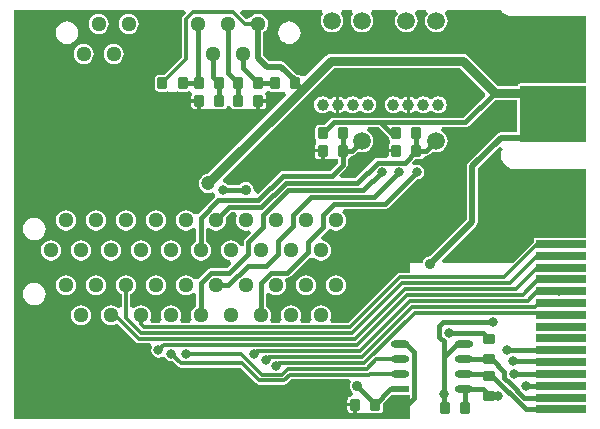
<source format=gbl>
G04 Layer_Physical_Order=2*
G04 Layer_Color=16711680*
%FSLAX24Y24*%
%MOIN*%
G70*
G01*
G75*
G04:AMPARAMS|DCode=10|XSize=39.4mil|YSize=35.4mil|CornerRadius=4.4mil|HoleSize=0mil|Usage=FLASHONLY|Rotation=180.000|XOffset=0mil|YOffset=0mil|HoleType=Round|Shape=RoundedRectangle|*
%AMROUNDEDRECTD10*
21,1,0.0394,0.0266,0,0,180.0*
21,1,0.0305,0.0354,0,0,180.0*
1,1,0.0089,-0.0153,0.0133*
1,1,0.0089,0.0153,0.0133*
1,1,0.0089,0.0153,-0.0133*
1,1,0.0089,-0.0153,-0.0133*
%
%ADD10ROUNDEDRECTD10*%
G04:AMPARAMS|DCode=13|XSize=39.4mil|YSize=35.4mil|CornerRadius=4.4mil|HoleSize=0mil|Usage=FLASHONLY|Rotation=270.000|XOffset=0mil|YOffset=0mil|HoleType=Round|Shape=RoundedRectangle|*
%AMROUNDEDRECTD13*
21,1,0.0394,0.0266,0,0,270.0*
21,1,0.0305,0.0354,0,0,270.0*
1,1,0.0089,-0.0133,-0.0153*
1,1,0.0089,-0.0133,0.0153*
1,1,0.0089,0.0133,0.0153*
1,1,0.0089,0.0133,-0.0153*
%
%ADD13ROUNDEDRECTD13*%
%ADD14O,0.0610X0.0236*%
%ADD15R,0.0610X0.0236*%
%ADD16R,0.1654X0.0276*%
%ADD17C,0.0118*%
%ADD18C,0.0157*%
%ADD19C,0.0197*%
%ADD20C,0.0315*%
%ADD21C,0.0394*%
%ADD22C,0.0512*%
%ADD23C,0.0591*%
%ADD24C,0.0315*%
%ADD25C,0.0354*%
%ADD26C,0.0472*%
G36*
X19134Y9313D02*
X16929D01*
Y11181D01*
X19134D01*
Y9313D01*
D02*
G37*
G36*
X16102Y10704D02*
X16849D01*
Y9629D01*
X16299D01*
X16230Y9616D01*
X16171Y9577D01*
X15217Y8622D01*
X15178Y8563D01*
X15164Y8494D01*
Y6719D01*
X13939Y5494D01*
X13937Y5494D01*
X13870Y5486D01*
X13808Y5460D01*
X13754Y5419D01*
X13713Y5365D01*
X13688Y5303D01*
X13684Y5276D01*
X13268D01*
Y4944D01*
X12936D01*
X12882Y4933D01*
X12837Y4902D01*
X11208Y3274D01*
X10676D01*
X10649Y3302D01*
X10605Y3392D01*
X10625Y3440D01*
X10637Y3528D01*
X10625Y3615D01*
X10592Y3696D01*
X10538Y3766D01*
X10468Y3820D01*
X10387Y3854D01*
X10299Y3865D01*
X10212Y3854D01*
X10130Y3820D01*
X10061Y3766D01*
X10007Y3696D01*
X9973Y3615D01*
X9962Y3528D01*
X9973Y3440D01*
X9993Y3392D01*
X9950Y3302D01*
X9923Y3274D01*
X9676D01*
X9649Y3302D01*
X9605Y3392D01*
X9625Y3440D01*
X9637Y3528D01*
X9625Y3615D01*
X9592Y3696D01*
X9538Y3766D01*
X9468Y3820D01*
X9387Y3854D01*
X9299Y3865D01*
X9212Y3854D01*
X9130Y3820D01*
X9061Y3766D01*
X9007Y3696D01*
X8973Y3615D01*
X8962Y3528D01*
X8973Y3440D01*
X8993Y3392D01*
X8950Y3302D01*
X8923Y3274D01*
X8676D01*
X8649Y3302D01*
X8605Y3392D01*
X8625Y3440D01*
X8637Y3528D01*
X8625Y3615D01*
X8592Y3696D01*
X8538Y3766D01*
X8468Y3820D01*
X8460Y3823D01*
Y4226D01*
X8512Y4259D01*
X8578Y4276D01*
X8630Y4235D01*
X8712Y4202D01*
X8799Y4190D01*
X8887Y4202D01*
X8968Y4235D01*
X9038Y4289D01*
X9092Y4359D01*
X9125Y4440D01*
X9137Y4528D01*
X9125Y4615D01*
X9106Y4662D01*
X9151Y4757D01*
X9173Y4780D01*
X9173Y4780D01*
X9235Y4793D01*
X9287Y4827D01*
X9913Y5454D01*
X10061Y5454D01*
X10064Y5452D01*
X10130Y5401D01*
X10212Y5367D01*
X10299Y5355D01*
X10387Y5367D01*
X10468Y5401D01*
X10538Y5454D01*
X10592Y5524D01*
X10625Y5606D01*
X10637Y5693D01*
X10625Y5780D01*
X10592Y5862D01*
X10538Y5932D01*
X10468Y5985D01*
X10387Y6019D01*
X10346Y6024D01*
X10298Y6141D01*
X10298Y6144D01*
X10499Y6345D01*
X10499Y6345D01*
X10503Y6350D01*
X10613Y6394D01*
X10642Y6393D01*
X10653Y6391D01*
X10712Y6367D01*
X10799Y6355D01*
X10887Y6367D01*
X10968Y6401D01*
X11038Y6454D01*
X11092Y6524D01*
X11125Y6606D01*
X11137Y6693D01*
X11125Y6780D01*
X11092Y6862D01*
X11038Y6932D01*
X11019Y6946D01*
X11060Y7064D01*
X12421D01*
X12421Y7064D01*
X12483Y7076D01*
X12535Y7111D01*
X13492Y8069D01*
X13504Y8066D01*
X13596Y8085D01*
X13674Y8137D01*
X13726Y8215D01*
X13745Y8307D01*
X13726Y8399D01*
X13674Y8477D01*
X13596Y8530D01*
X13504Y8548D01*
X13412Y8530D01*
X13337Y8622D01*
X13453Y8738D01*
X13617D01*
X13665Y8747D01*
X13706Y8774D01*
X13733Y8815D01*
X13819Y8855D01*
X13880Y8867D01*
X13932Y8902D01*
X14024Y8994D01*
X14052Y8982D01*
X14150Y8969D01*
X14247Y8982D01*
X14338Y9020D01*
X14416Y9080D01*
X14476Y9158D01*
X14514Y9249D01*
X14527Y9346D01*
X14514Y9444D01*
X14476Y9535D01*
X14416Y9613D01*
X14338Y9673D01*
X14317Y9682D01*
X14340Y9800D01*
X15118D01*
X15118Y9800D01*
X15180Y9812D01*
X15232Y9847D01*
X16091Y10706D01*
X16102Y10704D01*
D02*
G37*
G36*
X15759Y10947D02*
Y10829D01*
X15052Y10121D01*
X12287D01*
X12287Y10121D01*
X12271Y10118D01*
X11275D01*
X11260Y10121D01*
X11260Y10121D01*
X10728D01*
X10728Y10121D01*
X10667Y10109D01*
X10615Y10074D01*
X10615Y10074D01*
X10425Y9884D01*
X10241D01*
X10193Y9875D01*
X10152Y9848D01*
X10125Y9807D01*
X10116Y9759D01*
Y9454D01*
X10125Y9406D01*
X10139Y9386D01*
X10152Y9356D01*
X10143Y9258D01*
X10135Y9246D01*
X10115Y9216D01*
X10106Y9168D01*
Y9075D01*
X10364D01*
Y9016D01*
X10423D01*
Y8738D01*
X10497D01*
X10536Y8745D01*
X10541Y8740D01*
X10856D01*
X10873Y8629D01*
Y8620D01*
X10603Y8350D01*
X9043D01*
X8981Y8337D01*
X8929Y8303D01*
X8929Y8303D01*
X8215Y7588D01*
X8156Y7596D01*
X8143Y7602D01*
X8057Y7713D01*
X8049Y7779D01*
X8023Y7842D01*
X7982Y7895D01*
X7928Y7936D01*
X7866Y7962D01*
X7799Y7971D01*
X7732Y7962D01*
X7670Y7936D01*
X7617Y7895D01*
X7603Y7877D01*
X7224D01*
X7218Y7887D01*
X7139Y7939D01*
X7080Y7951D01*
X7037Y8044D01*
X7034Y8071D01*
X9826Y10863D01*
X10730Y11767D01*
X14940D01*
X15759Y10947D01*
D02*
G37*
G36*
X16356Y9087D02*
X16311Y8976D01*
X16295Y8858D01*
X16311Y8740D01*
X16356Y8630D01*
X16429Y8535D01*
X16524Y8463D01*
X16634Y8417D01*
X16752Y8402D01*
Y8404D01*
X19134D01*
Y6122D01*
X17402D01*
Y5986D01*
X16691Y5276D01*
X14386D01*
X14341Y5385D01*
X15472Y6516D01*
X15511Y6575D01*
X15525Y6644D01*
Y8419D01*
X16262Y9156D01*
X16356Y9087D01*
D02*
G37*
G36*
X5791Y13590D02*
X5708Y13507D01*
X5677Y13461D01*
X5667Y13407D01*
Y12125D01*
X5079Y11538D01*
X4887D01*
X4839Y11528D01*
X4798Y11501D01*
X4771Y11460D01*
X4761Y11412D01*
Y11107D01*
X4771Y11059D01*
X4798Y11019D01*
X4839Y10991D01*
X4887Y10982D01*
X5153D01*
X5192Y10990D01*
X5197Y10984D01*
X5512D01*
X5517Y10990D01*
X5556Y10982D01*
X5822D01*
X5870Y10991D01*
X5895Y11008D01*
X5900Y11011D01*
X5933Y11001D01*
X6001Y10933D01*
X6011Y10900D01*
X6008Y10895D01*
X5991Y10870D01*
X5982Y10822D01*
Y10728D01*
X6240D01*
Y10669D01*
X6299D01*
Y10391D01*
X6373D01*
X6412Y10399D01*
X6417Y10394D01*
X6732D01*
X6738Y10399D01*
X6777Y10391D01*
X7042D01*
X7090Y10401D01*
X7131Y10428D01*
X7158Y10469D01*
X7168Y10517D01*
X7281D01*
X7291Y10469D01*
X7318Y10428D01*
X7358Y10401D01*
X7406Y10391D01*
X7672D01*
X7711Y10399D01*
X7717Y10394D01*
X8031D01*
X8037Y10399D01*
X8076Y10391D01*
X8150D01*
Y10669D01*
X8209D01*
Y10728D01*
X8467D01*
Y10822D01*
X8457Y10870D01*
X8441Y10895D01*
X8438Y10900D01*
X8448Y10933D01*
X8516Y11001D01*
X8548Y11011D01*
X8554Y11008D01*
X8579Y10991D01*
X8627Y10982D01*
X8893D01*
X8932Y10990D01*
X8937Y10984D01*
X9099D01*
X9148Y10866D01*
X6519Y8237D01*
X6463Y8230D01*
X6386Y8198D01*
X6321Y8148D01*
X6270Y8082D01*
X6238Y8005D01*
X6228Y7923D01*
X6238Y7841D01*
X6270Y7764D01*
X6321Y7699D01*
X6386Y7648D01*
X6463Y7616D01*
X6545Y7606D01*
X6628Y7616D01*
X6700Y7646D01*
X6705Y7648D01*
X6710Y7647D01*
X6755Y7588D01*
X6770Y7476D01*
X6770Y7476D01*
X6201Y6906D01*
X6183Y6899D01*
X6144Y6897D01*
X6055Y6909D01*
X6038Y6932D01*
X5968Y6985D01*
X5887Y7019D01*
X5799Y7030D01*
X5712Y7019D01*
X5630Y6985D01*
X5561Y6932D01*
X5507Y6862D01*
X5473Y6780D01*
X5462Y6693D01*
X5473Y6606D01*
X5507Y6524D01*
X5561Y6454D01*
X5630Y6401D01*
X5712Y6367D01*
X5799Y6355D01*
X5887Y6367D01*
X5968Y6401D01*
X6021Y6441D01*
X6087Y6424D01*
X6139Y6392D01*
Y5989D01*
X6130Y5985D01*
X6061Y5932D01*
X6007Y5862D01*
X5973Y5780D01*
X5962Y5693D01*
X5973Y5606D01*
X6007Y5524D01*
X6061Y5454D01*
X6130Y5401D01*
X6212Y5367D01*
X6299Y5355D01*
X6387Y5367D01*
X6468Y5401D01*
X6538Y5454D01*
X6592Y5524D01*
X6625Y5606D01*
X6637Y5693D01*
X6625Y5780D01*
X6592Y5862D01*
X6538Y5932D01*
X6468Y5985D01*
X6460Y5989D01*
Y6392D01*
X6512Y6424D01*
X6578Y6441D01*
X6630Y6401D01*
X6712Y6367D01*
X6799Y6355D01*
X6887Y6367D01*
X6968Y6401D01*
X7038Y6454D01*
X7092Y6524D01*
X7125Y6606D01*
X7137Y6693D01*
X7125Y6780D01*
X7122Y6788D01*
X7299Y6965D01*
X7438D01*
X7481Y6901D01*
X7501Y6847D01*
X7473Y6780D01*
X7462Y6693D01*
X7473Y6606D01*
X7507Y6524D01*
X7561Y6454D01*
X7630Y6401D01*
X7712Y6367D01*
X7799Y6355D01*
X7887Y6367D01*
X7896Y6371D01*
X7963Y6271D01*
X7772Y6080D01*
X7737Y6028D01*
X7725Y5967D01*
X7725Y5967D01*
Y5847D01*
X7607Y5824D01*
X7592Y5862D01*
X7538Y5932D01*
X7468Y5985D01*
X7387Y6019D01*
X7299Y6030D01*
X7212Y6019D01*
X7130Y5985D01*
X7061Y5932D01*
X7007Y5862D01*
X6973Y5780D01*
X6962Y5693D01*
X6973Y5606D01*
X7007Y5524D01*
X7061Y5454D01*
X7130Y5401D01*
X7212Y5367D01*
X7268Y5359D01*
X7309Y5282D01*
X7314Y5238D01*
X7178Y5102D01*
X6628D01*
X6628Y5102D01*
X6567Y5089D01*
X6514Y5054D01*
X6201Y4741D01*
X6183Y4734D01*
X6144Y4731D01*
X6055Y4743D01*
X6038Y4766D01*
X5968Y4820D01*
X5887Y4854D01*
X5799Y4865D01*
X5712Y4854D01*
X5630Y4820D01*
X5561Y4766D01*
X5507Y4696D01*
X5473Y4615D01*
X5462Y4528D01*
X5473Y4440D01*
X5507Y4359D01*
X5561Y4289D01*
X5630Y4235D01*
X5712Y4202D01*
X5799Y4190D01*
X5887Y4202D01*
X5968Y4235D01*
X6021Y4276D01*
X6087Y4259D01*
X6139Y4226D01*
Y3823D01*
X6130Y3820D01*
X6061Y3766D01*
X6007Y3696D01*
X5973Y3615D01*
X5962Y3528D01*
X5973Y3440D01*
X5993Y3392D01*
X5950Y3302D01*
X5923Y3274D01*
X5676D01*
X5649Y3302D01*
X5605Y3392D01*
X5625Y3440D01*
X5637Y3528D01*
X5625Y3615D01*
X5592Y3696D01*
X5538Y3766D01*
X5468Y3820D01*
X5387Y3854D01*
X5299Y3865D01*
X5212Y3854D01*
X5130Y3820D01*
X5061Y3766D01*
X5007Y3696D01*
X4973Y3615D01*
X4962Y3528D01*
X4973Y3440D01*
X4993Y3392D01*
X4950Y3302D01*
X4923Y3274D01*
X4676D01*
X4649Y3302D01*
X4605Y3392D01*
X4625Y3440D01*
X4637Y3528D01*
X4625Y3615D01*
X4592Y3696D01*
X4538Y3766D01*
X4468Y3820D01*
X4387Y3854D01*
X4299Y3865D01*
X4212Y3854D01*
X4130Y3820D01*
X4061Y3766D01*
X4058Y3763D01*
X3940Y3803D01*
Y4224D01*
X3968Y4235D01*
X4038Y4289D01*
X4092Y4359D01*
X4125Y4440D01*
X4137Y4528D01*
X4125Y4615D01*
X4092Y4696D01*
X4038Y4766D01*
X3968Y4820D01*
X3887Y4854D01*
X3799Y4865D01*
X3712Y4854D01*
X3630Y4820D01*
X3561Y4766D01*
X3507Y4696D01*
X3473Y4615D01*
X3462Y4528D01*
X3473Y4440D01*
X3507Y4359D01*
X3561Y4289D01*
X3630Y4235D01*
X3659Y4224D01*
Y3803D01*
X3541Y3763D01*
X3538Y3766D01*
X3468Y3820D01*
X3387Y3854D01*
X3299Y3865D01*
X3212Y3854D01*
X3130Y3820D01*
X3061Y3766D01*
X3007Y3696D01*
X2973Y3615D01*
X2962Y3528D01*
X2973Y3440D01*
X3007Y3359D01*
X3061Y3289D01*
X3130Y3235D01*
X3212Y3202D01*
X3299Y3190D01*
X3387Y3202D01*
X3468Y3235D01*
X3504Y3263D01*
X4130Y2637D01*
X4176Y2606D01*
X4229Y2596D01*
X4612D01*
X4675Y2478D01*
X4659Y2454D01*
X4641Y2362D01*
X4659Y2270D01*
X4712Y2192D01*
X4790Y2140D01*
X4882Y2121D01*
X4974Y2140D01*
X4974Y2140D01*
X5086Y2151D01*
X5122Y2107D01*
X5145Y2074D01*
X5223Y2022D01*
X5315Y2003D01*
X5350Y2010D01*
X5531Y1830D01*
X5576Y1799D01*
X5630Y1789D01*
X7616D01*
X8146Y1259D01*
X8191Y1228D01*
X8245Y1218D01*
X9078D01*
X9131Y1228D01*
X9177Y1259D01*
X9333Y1415D01*
X11239D01*
X11297Y1297D01*
X11292Y1290D01*
X11266Y1228D01*
X11258Y1161D01*
X11266Y1095D01*
X11292Y1032D01*
X11333Y979D01*
X11374Y947D01*
X11373Y906D01*
X11341Y829D01*
X11304D01*
X11256Y820D01*
X11215Y792D01*
X11188Y752D01*
X11179Y704D01*
Y610D01*
X11437D01*
Y551D01*
X11496D01*
Y273D01*
X11570D01*
X11609Y281D01*
X11614Y276D01*
X11929D01*
X11934Y281D01*
X11973Y273D01*
X12239D01*
X12287Y283D01*
X12328Y310D01*
X12355Y351D01*
X12365Y399D01*
Y582D01*
X12648Y866D01*
X13268D01*
Y80D01*
X80D01*
Y13699D01*
X5746D01*
X5791Y13590D01*
D02*
G37*
G36*
X12521Y9493D02*
X12521Y9493D01*
X12557Y9469D01*
Y9454D01*
X12566Y9406D01*
X12583Y9381D01*
X12593Y9361D01*
Y9261D01*
X12583Y9241D01*
X12566Y9216D01*
X12557Y9168D01*
Y9075D01*
X12815D01*
Y8957D01*
X12557D01*
Y8863D01*
X12457Y8783D01*
X12192D01*
X12192Y8783D01*
X12131Y8770D01*
X12079Y8736D01*
X11437Y8094D01*
X10955D01*
X10910Y8203D01*
X11147Y8440D01*
X11147Y8440D01*
X11182Y8492D01*
X11194Y8553D01*
Y8743D01*
X11214Y8747D01*
X11255Y8774D01*
X11282Y8815D01*
X11339Y8855D01*
X11400Y8867D01*
X11452Y8902D01*
X11544Y8994D01*
X11572Y8982D01*
X11669Y8969D01*
X11767Y8982D01*
X11858Y9020D01*
X11936Y9080D01*
X11996Y9158D01*
X12034Y9249D01*
X12047Y9346D01*
X12034Y9444D01*
X11996Y9535D01*
X11936Y9613D01*
X11858Y9673D01*
X11844Y9679D01*
X11868Y9797D01*
X12217D01*
X12521Y9493D01*
D02*
G37*
G36*
X16332Y13650D02*
X16373Y13597D01*
X16426Y13556D01*
X16488Y13530D01*
X16555Y13521D01*
Y13522D01*
X19134D01*
Y11261D01*
X16929D01*
X16898Y11255D01*
X16872Y11238D01*
X16855Y11212D01*
X16850Y11186D01*
X16202D01*
X15210Y12178D01*
X15132Y12230D01*
X15039Y12249D01*
X10630D01*
X10538Y12230D01*
X10460Y12178D01*
X9782Y11501D01*
X9780Y11500D01*
X9651Y11501D01*
X9610Y11528D01*
X9562Y11538D01*
X9505D01*
X9104Y11939D01*
X9046Y11978D01*
X8976Y11992D01*
X8579D01*
X8381Y12189D01*
Y12961D01*
X8439Y13005D01*
X8493Y13075D01*
X8527Y13157D01*
X8538Y13244D01*
X8527Y13331D01*
X8493Y13413D01*
X8439Y13483D01*
X8370Y13536D01*
X8288Y13570D01*
X8201Y13582D01*
X8113Y13570D01*
X8032Y13536D01*
X7962Y13483D01*
X7917Y13424D01*
X7837Y13413D01*
X7788Y13413D01*
X7610Y13590D01*
X7655Y13699D01*
X10326D01*
X10339Y13685D01*
X10378Y13581D01*
X10343Y13535D01*
X10305Y13444D01*
X10292Y13346D01*
X10305Y13249D01*
X10343Y13158D01*
X10403Y13080D01*
X10481Y13020D01*
X10572Y12982D01*
X10669Y12969D01*
X10767Y12982D01*
X10858Y13020D01*
X10936Y13080D01*
X10996Y13158D01*
X11034Y13249D01*
X11047Y13346D01*
X11034Y13444D01*
X10996Y13535D01*
X10961Y13581D01*
X11000Y13685D01*
X11012Y13699D01*
X11326D01*
X11339Y13685D01*
X11378Y13581D01*
X11343Y13535D01*
X11305Y13444D01*
X11292Y13346D01*
X11305Y13249D01*
X11343Y13158D01*
X11403Y13080D01*
X11481Y13020D01*
X11572Y12982D01*
X11669Y12969D01*
X11767Y12982D01*
X11858Y13020D01*
X11936Y13080D01*
X11996Y13158D01*
X12034Y13249D01*
X12047Y13346D01*
X12034Y13444D01*
X11996Y13535D01*
X11961Y13581D01*
X12000Y13685D01*
X12012Y13699D01*
X12807D01*
X12819Y13685D01*
X12858Y13581D01*
X12823Y13535D01*
X12785Y13444D01*
X12772Y13346D01*
X12785Y13249D01*
X12823Y13158D01*
X12883Y13080D01*
X12961Y13020D01*
X13052Y12982D01*
X13150Y12969D01*
X13247Y12982D01*
X13338Y13020D01*
X13416Y13080D01*
X13476Y13158D01*
X13514Y13249D01*
X13527Y13346D01*
X13514Y13444D01*
X13476Y13535D01*
X13441Y13581D01*
X13480Y13685D01*
X13493Y13699D01*
X13807D01*
X13819Y13685D01*
X13858Y13581D01*
X13823Y13535D01*
X13785Y13444D01*
X13772Y13346D01*
X13785Y13249D01*
X13823Y13158D01*
X13883Y13080D01*
X13961Y13020D01*
X14052Y12982D01*
X14150Y12969D01*
X14247Y12982D01*
X14338Y13020D01*
X14416Y13080D01*
X14476Y13158D01*
X14514Y13249D01*
X14527Y13346D01*
X14514Y13444D01*
X14476Y13535D01*
X14441Y13581D01*
X14480Y13685D01*
X14493Y13699D01*
X16311D01*
X16332Y13650D01*
D02*
G37*
%LPC*%
G36*
X3299Y6030D02*
X3212Y6019D01*
X3130Y5985D01*
X3061Y5932D01*
X3007Y5862D01*
X2973Y5780D01*
X2962Y5693D01*
X2973Y5606D01*
X3007Y5524D01*
X3061Y5454D01*
X3130Y5401D01*
X3212Y5367D01*
X3299Y5355D01*
X3387Y5367D01*
X3468Y5401D01*
X3538Y5454D01*
X3592Y5524D01*
X3625Y5606D01*
X3637Y5693D01*
X3625Y5780D01*
X3592Y5862D01*
X3538Y5932D01*
X3468Y5985D01*
X3387Y6019D01*
X3299Y6030D01*
D02*
G37*
G36*
X2299D02*
X2212Y6019D01*
X2130Y5985D01*
X2061Y5932D01*
X2007Y5862D01*
X1973Y5780D01*
X1962Y5693D01*
X1973Y5606D01*
X2007Y5524D01*
X2061Y5454D01*
X2130Y5401D01*
X2212Y5367D01*
X2299Y5355D01*
X2387Y5367D01*
X2468Y5401D01*
X2538Y5454D01*
X2592Y5524D01*
X2625Y5606D01*
X2637Y5693D01*
X2625Y5780D01*
X2592Y5862D01*
X2538Y5932D01*
X2468Y5985D01*
X2387Y6019D01*
X2299Y6030D01*
D02*
G37*
G36*
X1299D02*
X1212Y6019D01*
X1130Y5985D01*
X1061Y5932D01*
X1007Y5862D01*
X973Y5780D01*
X962Y5693D01*
X973Y5606D01*
X1007Y5524D01*
X1061Y5454D01*
X1130Y5401D01*
X1212Y5367D01*
X1299Y5355D01*
X1387Y5367D01*
X1468Y5401D01*
X1538Y5454D01*
X1592Y5524D01*
X1625Y5606D01*
X1637Y5693D01*
X1625Y5780D01*
X1592Y5862D01*
X1538Y5932D01*
X1468Y5985D01*
X1387Y6019D01*
X1299Y6030D01*
D02*
G37*
G36*
X748Y6779D02*
X650Y6766D01*
X559Y6728D01*
X481Y6668D01*
X421Y6590D01*
X384Y6499D01*
X371Y6402D01*
X384Y6304D01*
X421Y6213D01*
X481Y6135D01*
X559Y6075D01*
X650Y6037D01*
X748Y6024D01*
X846Y6037D01*
X937Y6075D01*
X1015Y6135D01*
X1075Y6213D01*
X1112Y6304D01*
X1125Y6402D01*
X1112Y6499D01*
X1075Y6590D01*
X1015Y6668D01*
X937Y6728D01*
X846Y6766D01*
X748Y6779D01*
D02*
G37*
G36*
X1799Y7030D02*
X1712Y7019D01*
X1630Y6985D01*
X1561Y6932D01*
X1507Y6862D01*
X1473Y6780D01*
X1462Y6693D01*
X1473Y6606D01*
X1507Y6524D01*
X1561Y6454D01*
X1630Y6401D01*
X1712Y6367D01*
X1799Y6355D01*
X1887Y6367D01*
X1968Y6401D01*
X2038Y6454D01*
X2092Y6524D01*
X2125Y6606D01*
X2137Y6693D01*
X2125Y6780D01*
X2092Y6862D01*
X2038Y6932D01*
X1968Y6985D01*
X1887Y7019D01*
X1799Y7030D01*
D02*
G37*
G36*
X4299Y6030D02*
X4212Y6019D01*
X4130Y5985D01*
X4061Y5932D01*
X4007Y5862D01*
X3973Y5780D01*
X3962Y5693D01*
X3973Y5606D01*
X4007Y5524D01*
X4061Y5454D01*
X4130Y5401D01*
X4212Y5367D01*
X4299Y5355D01*
X4387Y5367D01*
X4468Y5401D01*
X4538Y5454D01*
X4592Y5524D01*
X4625Y5606D01*
X4637Y5693D01*
X4625Y5780D01*
X4592Y5862D01*
X4538Y5932D01*
X4468Y5985D01*
X4387Y6019D01*
X4299Y6030D01*
D02*
G37*
G36*
X5299D02*
X5212Y6019D01*
X5130Y5985D01*
X5061Y5932D01*
X5007Y5862D01*
X4973Y5780D01*
X4962Y5693D01*
X4973Y5606D01*
X5007Y5524D01*
X5061Y5454D01*
X5130Y5401D01*
X5212Y5367D01*
X5299Y5355D01*
X5387Y5367D01*
X5468Y5401D01*
X5538Y5454D01*
X5592Y5524D01*
X5625Y5606D01*
X5637Y5693D01*
X5625Y5780D01*
X5592Y5862D01*
X5538Y5932D01*
X5468Y5985D01*
X5387Y6019D01*
X5299Y6030D01*
D02*
G37*
G36*
X748Y4613D02*
X650Y4601D01*
X559Y4563D01*
X481Y4503D01*
X421Y4425D01*
X384Y4334D01*
X371Y4236D01*
X384Y4139D01*
X421Y4048D01*
X481Y3969D01*
X559Y3910D01*
X650Y3872D01*
X748Y3859D01*
X846Y3872D01*
X937Y3910D01*
X1015Y3969D01*
X1075Y4048D01*
X1112Y4139D01*
X1125Y4236D01*
X1112Y4334D01*
X1075Y4425D01*
X1015Y4503D01*
X937Y4563D01*
X846Y4601D01*
X748Y4613D01*
D02*
G37*
G36*
X1799Y4865D02*
X1712Y4854D01*
X1630Y4820D01*
X1561Y4766D01*
X1507Y4696D01*
X1473Y4615D01*
X1462Y4528D01*
X1473Y4440D01*
X1507Y4359D01*
X1561Y4289D01*
X1630Y4235D01*
X1712Y4202D01*
X1799Y4190D01*
X1887Y4202D01*
X1968Y4235D01*
X2038Y4289D01*
X2092Y4359D01*
X2125Y4440D01*
X2137Y4528D01*
X2125Y4615D01*
X2092Y4696D01*
X2038Y4766D01*
X1968Y4820D01*
X1887Y4854D01*
X1799Y4865D01*
D02*
G37*
G36*
X11378Y492D02*
X11179D01*
Y399D01*
X11188Y351D01*
X11215Y310D01*
X11256Y283D01*
X11304Y273D01*
X11378D01*
Y492D01*
D02*
G37*
G36*
X2299Y3865D02*
X2212Y3854D01*
X2130Y3820D01*
X2061Y3766D01*
X2007Y3696D01*
X1973Y3615D01*
X1962Y3528D01*
X1973Y3440D01*
X2007Y3359D01*
X2061Y3289D01*
X2130Y3235D01*
X2212Y3202D01*
X2299Y3190D01*
X2387Y3202D01*
X2468Y3235D01*
X2538Y3289D01*
X2592Y3359D01*
X2625Y3440D01*
X2637Y3528D01*
X2625Y3615D01*
X2592Y3696D01*
X2538Y3766D01*
X2468Y3820D01*
X2387Y3854D01*
X2299Y3865D01*
D02*
G37*
G36*
X9799Y4865D02*
X9712Y4854D01*
X9630Y4820D01*
X9561Y4766D01*
X9507Y4696D01*
X9473Y4615D01*
X9462Y4528D01*
X9473Y4440D01*
X9507Y4359D01*
X9561Y4289D01*
X9630Y4235D01*
X9712Y4202D01*
X9799Y4190D01*
X9887Y4202D01*
X9968Y4235D01*
X10038Y4289D01*
X10092Y4359D01*
X10125Y4440D01*
X10137Y4528D01*
X10125Y4615D01*
X10092Y4696D01*
X10038Y4766D01*
X9968Y4820D01*
X9887Y4854D01*
X9799Y4865D01*
D02*
G37*
G36*
X10799D02*
X10712Y4854D01*
X10630Y4820D01*
X10561Y4766D01*
X10507Y4696D01*
X10473Y4615D01*
X10462Y4528D01*
X10473Y4440D01*
X10507Y4359D01*
X10561Y4289D01*
X10630Y4235D01*
X10712Y4202D01*
X10799Y4190D01*
X10887Y4202D01*
X10968Y4235D01*
X11038Y4289D01*
X11092Y4359D01*
X11125Y4440D01*
X11137Y4528D01*
X11125Y4615D01*
X11092Y4696D01*
X11038Y4766D01*
X10968Y4820D01*
X10887Y4854D01*
X10799Y4865D01*
D02*
G37*
G36*
X2799D02*
X2712Y4854D01*
X2630Y4820D01*
X2561Y4766D01*
X2507Y4696D01*
X2473Y4615D01*
X2462Y4528D01*
X2473Y4440D01*
X2507Y4359D01*
X2561Y4289D01*
X2630Y4235D01*
X2712Y4202D01*
X2799Y4190D01*
X2887Y4202D01*
X2968Y4235D01*
X3038Y4289D01*
X3092Y4359D01*
X3125Y4440D01*
X3137Y4528D01*
X3125Y4615D01*
X3092Y4696D01*
X3038Y4766D01*
X2968Y4820D01*
X2887Y4854D01*
X2799Y4865D01*
D02*
G37*
G36*
X4799D02*
X4712Y4854D01*
X4630Y4820D01*
X4561Y4766D01*
X4507Y4696D01*
X4473Y4615D01*
X4462Y4528D01*
X4473Y4440D01*
X4507Y4359D01*
X4561Y4289D01*
X4630Y4235D01*
X4712Y4202D01*
X4799Y4190D01*
X4887Y4202D01*
X4968Y4235D01*
X5038Y4289D01*
X5092Y4359D01*
X5125Y4440D01*
X5137Y4528D01*
X5125Y4615D01*
X5092Y4696D01*
X5038Y4766D01*
X4968Y4820D01*
X4887Y4854D01*
X4799Y4865D01*
D02*
G37*
G36*
X12717Y10829D02*
X12645Y10820D01*
X12578Y10792D01*
X12520Y10748D01*
X12476Y10690D01*
X12448Y10623D01*
X12439Y10551D01*
X12448Y10479D01*
X12476Y10412D01*
X12520Y10355D01*
X12578Y10310D01*
X12645Y10283D01*
X12717Y10273D01*
X12788Y10283D01*
X12856Y10310D01*
X12913Y10355D01*
X13020D01*
X13078Y10310D01*
X13145Y10283D01*
X13157Y10281D01*
Y10551D01*
Y10821D01*
X13145Y10820D01*
X13078Y10792D01*
X13020Y10748D01*
X12913D01*
X12856Y10792D01*
X12788Y10820D01*
X12717Y10829D01*
D02*
G37*
G36*
X6181Y10610D02*
X5982D01*
Y10517D01*
X5991Y10469D01*
X6019Y10428D01*
X6059Y10401D01*
X6107Y10391D01*
X6181D01*
Y10610D01*
D02*
G37*
G36*
X3392Y12582D02*
X3304Y12570D01*
X3223Y12536D01*
X3153Y12483D01*
X3099Y12413D01*
X3066Y12331D01*
X3054Y12244D01*
X3066Y12157D01*
X3099Y12075D01*
X3153Y12005D01*
X3223Y11952D01*
X3304Y11918D01*
X3392Y11907D01*
X3479Y11918D01*
X3561Y11952D01*
X3630Y12005D01*
X3684Y12075D01*
X3718Y12157D01*
X3729Y12244D01*
X3718Y12331D01*
X3684Y12413D01*
X3630Y12483D01*
X3561Y12536D01*
X3479Y12570D01*
X3392Y12582D01*
D02*
G37*
G36*
X10354Y10829D02*
X10282Y10820D01*
X10215Y10792D01*
X10158Y10748D01*
X10114Y10690D01*
X10086Y10623D01*
X10076Y10551D01*
X10086Y10479D01*
X10114Y10412D01*
X10158Y10355D01*
X10215Y10310D01*
X10282Y10283D01*
X10354Y10273D01*
X10426Y10283D01*
X10493Y10310D01*
X10551Y10355D01*
X10658D01*
X10715Y10310D01*
X10782Y10283D01*
X10795Y10281D01*
Y10551D01*
Y10821D01*
X10782Y10820D01*
X10715Y10792D01*
X10658Y10748D01*
X10551D01*
X10493Y10792D01*
X10426Y10820D01*
X10354Y10829D01*
D02*
G37*
G36*
X14217D02*
X14145Y10820D01*
X14078Y10792D01*
X14020Y10748D01*
X13913D01*
X13856Y10792D01*
X13788Y10820D01*
X13717Y10829D01*
X13645Y10820D01*
X13578Y10792D01*
X13520Y10748D01*
X13413D01*
X13356Y10792D01*
X13288Y10820D01*
X13276Y10821D01*
Y10551D01*
Y10281D01*
X13288Y10283D01*
X13356Y10310D01*
X13413Y10355D01*
X13520D01*
X13578Y10310D01*
X13645Y10283D01*
X13717Y10273D01*
X13788Y10283D01*
X13856Y10310D01*
X13913Y10355D01*
X14020D01*
X14078Y10310D01*
X14145Y10283D01*
X14217Y10273D01*
X14288Y10283D01*
X14356Y10310D01*
X14413Y10355D01*
X14457Y10412D01*
X14485Y10479D01*
X14495Y10551D01*
X14485Y10623D01*
X14457Y10690D01*
X14413Y10748D01*
X14356Y10792D01*
X14288Y10820D01*
X14217Y10829D01*
D02*
G37*
G36*
X2392Y12582D02*
X2304Y12570D01*
X2223Y12536D01*
X2153Y12483D01*
X2099Y12413D01*
X2066Y12331D01*
X2054Y12244D01*
X2066Y12157D01*
X2099Y12075D01*
X2153Y12005D01*
X2223Y11952D01*
X2304Y11918D01*
X2392Y11907D01*
X2479Y11918D01*
X2560Y11952D01*
X2630Y12005D01*
X2684Y12075D01*
X2718Y12157D01*
X2729Y12244D01*
X2718Y12331D01*
X2684Y12413D01*
X2630Y12483D01*
X2560Y12536D01*
X2479Y12570D01*
X2392Y12582D01*
D02*
G37*
G36*
X8467Y10610D02*
X8268D01*
Y10391D01*
X8342D01*
X8390Y10401D01*
X8430Y10428D01*
X8457Y10469D01*
X8467Y10517D01*
Y10610D01*
D02*
G37*
G36*
X11854Y10829D02*
X11782Y10820D01*
X11715Y10792D01*
X11658Y10748D01*
X11551D01*
X11493Y10792D01*
X11426Y10820D01*
X11354Y10829D01*
X11282Y10820D01*
X11215Y10792D01*
X11158Y10748D01*
X11051D01*
X10993Y10792D01*
X10926Y10820D01*
X10913Y10821D01*
Y10551D01*
Y10281D01*
X10926Y10283D01*
X10993Y10310D01*
X11051Y10355D01*
X11158D01*
X11215Y10310D01*
X11282Y10283D01*
X11354Y10273D01*
X11426Y10283D01*
X11493Y10310D01*
X11551Y10355D01*
X11658D01*
X11715Y10310D01*
X11782Y10283D01*
X11854Y10273D01*
X11926Y10283D01*
X11993Y10310D01*
X12051Y10355D01*
X12095Y10412D01*
X12123Y10479D01*
X12132Y10551D01*
X12123Y10623D01*
X12095Y10690D01*
X12051Y10748D01*
X11993Y10792D01*
X11926Y10820D01*
X11854Y10829D01*
D02*
G37*
G36*
X4799Y7030D02*
X4712Y7019D01*
X4630Y6985D01*
X4561Y6932D01*
X4507Y6862D01*
X4473Y6780D01*
X4462Y6693D01*
X4473Y6606D01*
X4507Y6524D01*
X4561Y6454D01*
X4630Y6401D01*
X4712Y6367D01*
X4799Y6355D01*
X4887Y6367D01*
X4968Y6401D01*
X5038Y6454D01*
X5092Y6524D01*
X5125Y6606D01*
X5137Y6693D01*
X5125Y6780D01*
X5092Y6862D01*
X5038Y6932D01*
X4968Y6985D01*
X4887Y7019D01*
X4799Y7030D01*
D02*
G37*
G36*
X3892Y13582D02*
X3804Y13570D01*
X3723Y13536D01*
X3653Y13483D01*
X3599Y13413D01*
X3566Y13331D01*
X3554Y13244D01*
X3566Y13157D01*
X3599Y13075D01*
X3653Y13005D01*
X3723Y12952D01*
X3804Y12918D01*
X3892Y12907D01*
X3979Y12918D01*
X4060Y12952D01*
X4130Y13005D01*
X4184Y13075D01*
X4218Y13157D01*
X4229Y13244D01*
X4218Y13331D01*
X4184Y13413D01*
X4130Y13483D01*
X4060Y13536D01*
X3979Y13570D01*
X3892Y13582D01*
D02*
G37*
G36*
X2799Y7030D02*
X2712Y7019D01*
X2630Y6985D01*
X2561Y6932D01*
X2507Y6862D01*
X2473Y6780D01*
X2462Y6693D01*
X2473Y6606D01*
X2507Y6524D01*
X2561Y6454D01*
X2630Y6401D01*
X2712Y6367D01*
X2799Y6355D01*
X2887Y6367D01*
X2968Y6401D01*
X3038Y6454D01*
X3092Y6524D01*
X3125Y6606D01*
X3137Y6693D01*
X3125Y6780D01*
X3092Y6862D01*
X3038Y6932D01*
X2968Y6985D01*
X2887Y7019D01*
X2799Y7030D01*
D02*
G37*
G36*
X3799D02*
X3712Y7019D01*
X3630Y6985D01*
X3561Y6932D01*
X3507Y6862D01*
X3473Y6780D01*
X3462Y6693D01*
X3473Y6606D01*
X3507Y6524D01*
X3561Y6454D01*
X3630Y6401D01*
X3712Y6367D01*
X3799Y6355D01*
X3887Y6367D01*
X3968Y6401D01*
X4038Y6454D01*
X4092Y6524D01*
X4125Y6606D01*
X4137Y6693D01*
X4125Y6780D01*
X4092Y6862D01*
X4038Y6932D01*
X3968Y6985D01*
X3887Y7019D01*
X3799Y7030D01*
D02*
G37*
G36*
X9252Y13330D02*
X9154Y13317D01*
X9063Y13279D01*
X8985Y13219D01*
X8925Y13141D01*
X8888Y13050D01*
X8875Y12953D01*
X8888Y12855D01*
X8925Y12764D01*
X8985Y12686D01*
X9063Y12626D01*
X9154Y12588D01*
X9252Y12576D01*
X9350Y12588D01*
X9441Y12626D01*
X9519Y12686D01*
X9579Y12764D01*
X9616Y12855D01*
X9629Y12953D01*
X9616Y13050D01*
X9579Y13141D01*
X9519Y13219D01*
X9441Y13279D01*
X9350Y13317D01*
X9252Y13330D01*
D02*
G37*
G36*
X1841D02*
X1743Y13317D01*
X1652Y13279D01*
X1574Y13219D01*
X1514Y13141D01*
X1476Y13050D01*
X1463Y12953D01*
X1476Y12855D01*
X1514Y12764D01*
X1574Y12686D01*
X1652Y12626D01*
X1743Y12588D01*
X1841Y12576D01*
X1938Y12588D01*
X2029Y12626D01*
X2107Y12686D01*
X2167Y12764D01*
X2205Y12855D01*
X2218Y12953D01*
X2205Y13050D01*
X2167Y13141D01*
X2107Y13219D01*
X2029Y13279D01*
X1938Y13317D01*
X1841Y13330D01*
D02*
G37*
G36*
X10305Y8957D02*
X10106D01*
Y8863D01*
X10115Y8815D01*
X10143Y8774D01*
X10183Y8747D01*
X10231Y8738D01*
X10305D01*
Y8957D01*
D02*
G37*
G36*
X2892Y13582D02*
X2804Y13570D01*
X2723Y13536D01*
X2653Y13483D01*
X2599Y13413D01*
X2566Y13331D01*
X2554Y13244D01*
X2566Y13157D01*
X2599Y13075D01*
X2653Y13005D01*
X2723Y12952D01*
X2804Y12918D01*
X2892Y12907D01*
X2979Y12918D01*
X3061Y12952D01*
X3130Y13005D01*
X3184Y13075D01*
X3218Y13157D01*
X3229Y13244D01*
X3218Y13331D01*
X3184Y13413D01*
X3130Y13483D01*
X3061Y13536D01*
X2979Y13570D01*
X2892Y13582D01*
D02*
G37*
%LPD*%
D10*
X15906Y846D02*
D03*
Y1516D02*
D03*
Y2067D02*
D03*
Y2736D02*
D03*
D13*
X10364Y9016D02*
D03*
X11033D02*
D03*
X7539Y10669D02*
D03*
X8209D02*
D03*
X6240D02*
D03*
X6909D02*
D03*
X8760Y11260D02*
D03*
X9429D02*
D03*
X5020D02*
D03*
X5689D02*
D03*
X7539D02*
D03*
X8209D02*
D03*
X6240D02*
D03*
X6909D02*
D03*
X11437Y551D02*
D03*
X12106D02*
D03*
X14429Y433D02*
D03*
X15098D02*
D03*
X12815Y9016D02*
D03*
X13484D02*
D03*
X10374Y9606D02*
D03*
X11043D02*
D03*
X12815D02*
D03*
X13484D02*
D03*
D14*
X12953Y1563D02*
D03*
Y2063D02*
D03*
Y2563D02*
D03*
X15079Y2063D02*
D03*
Y2563D02*
D03*
Y1063D02*
D03*
Y1563D02*
D03*
D15*
X12953Y1063D02*
D03*
D16*
X18307Y394D02*
D03*
Y787D02*
D03*
Y1181D02*
D03*
Y1575D02*
D03*
Y1969D02*
D03*
Y2362D02*
D03*
Y2756D02*
D03*
Y3150D02*
D03*
Y3543D02*
D03*
Y3937D02*
D03*
Y4331D02*
D03*
Y4724D02*
D03*
Y5118D02*
D03*
Y5512D02*
D03*
Y5906D02*
D03*
Y6299D02*
D03*
Y6693D02*
D03*
Y7087D02*
D03*
Y7480D02*
D03*
Y7874D02*
D03*
Y8268D02*
D03*
Y9449D02*
D03*
Y9843D02*
D03*
Y10236D02*
D03*
Y10630D02*
D03*
Y11024D02*
D03*
Y11417D02*
D03*
Y11811D02*
D03*
Y12205D02*
D03*
Y12598D02*
D03*
Y12992D02*
D03*
Y13386D02*
D03*
D17*
X17559Y3937D02*
X18307D01*
X17441Y3819D02*
X17559Y3937D01*
X13344Y3819D02*
X17441D01*
X17520Y5906D02*
X18307D01*
X16417Y4803D02*
X17520Y5906D01*
X12936Y4803D02*
X16417D01*
X11267Y3134D02*
X12936Y4803D01*
X11344Y2933D02*
X13018Y4606D01*
X11426Y2736D02*
X13099Y4409D01*
X11507Y2539D02*
X13181Y4213D01*
X18228Y4252D02*
X18307Y4331D01*
X11670Y2146D02*
X13344Y3819D01*
X13425Y3622D02*
X18228D01*
X11752Y1949D02*
X13425Y3622D01*
X18228D02*
X18307Y3543D01*
X5315Y2244D02*
X5630Y1929D01*
X5315Y2244D02*
X5370D01*
X9078Y1358D02*
X9274Y1555D01*
X3799Y3445D02*
X4311Y2933D01*
X4299Y3223D02*
X4389Y3134D01*
X9274Y1555D02*
X11915D01*
X11923Y1563D01*
X8996Y1555D02*
X9193Y1752D01*
X11834D01*
X12145Y2063D01*
X8917Y1949D02*
X11752D01*
X8819Y1850D02*
X8917Y1949D01*
X3602Y3363D02*
X4229Y2736D01*
X4299Y3223D02*
Y3528D01*
X3602Y3363D02*
Y3366D01*
X3441Y3528D02*
X3602Y3366D01*
X3299Y3528D02*
X3441D01*
X3799Y3445D02*
Y4528D01*
X11923Y1563D02*
X12953D01*
X12145Y2063D02*
X12953D01*
X7758Y13244D02*
X8201D01*
X7364Y13638D02*
X7758Y13244D01*
X6038Y13638D02*
X7364D01*
X5807Y13407D02*
X6038Y13638D01*
X5010Y11270D02*
X5807Y12067D01*
Y13407D01*
X13018Y4606D02*
X16614D01*
X17520Y5512D01*
X18307D01*
X13099Y4409D02*
X16811D01*
X17520Y5118D01*
X18307D01*
X17030Y4213D02*
X17541Y4724D01*
X18307D01*
X13181Y4213D02*
X17030D01*
X13262Y4016D02*
X17205D01*
X17520Y4331D01*
X18307D01*
X8826Y2539D02*
X11507D01*
X8907Y2736D02*
X11426D01*
X8989Y2933D02*
X11344D01*
X8557Y2146D02*
X11670D01*
X8459Y2047D02*
X8557Y2146D01*
X8826Y2539D02*
X8826Y2539D01*
X8907Y2736D02*
X8907Y2736D01*
X8989Y2933D02*
X8989Y2933D01*
X8261Y2539D02*
X8261Y2539D01*
X8826D01*
X4389Y3134D02*
X11267D01*
X8098Y2933D02*
X8989D01*
X8098Y2933D02*
X8098Y2933D01*
X4311Y2933D02*
X8098D01*
X8179Y2736D02*
X8907D01*
X8179Y2736D02*
X8179Y2736D01*
X4229Y2736D02*
X8179D01*
X5059Y2539D02*
X8261D01*
X11589Y2343D02*
X13262Y4016D01*
X8169Y2343D02*
X11589D01*
X8071Y2244D02*
X8169Y2343D01*
X4882Y2362D02*
X5059Y2539D01*
X5787Y2244D02*
X7638D01*
X8327Y1555D01*
X8996D01*
X5630Y1929D02*
X7674D01*
X8245Y1358D01*
X9078D01*
D18*
X5689Y11260D02*
X6240D01*
X6909Y10669D02*
X6909Y10669D01*
Y11260D01*
X7539Y10669D02*
X7539Y10669D01*
X7539Y10669D02*
Y11260D01*
X8209D02*
X8760D01*
X7701Y11768D02*
X8209Y11260D01*
X7701Y11768D02*
Y12244D01*
X7201Y11598D02*
X7539Y11260D01*
X7201Y11598D02*
Y13244D01*
X6701Y11469D02*
X6909Y11260D01*
X6701Y11469D02*
Y12244D01*
X14370Y3307D02*
X16024D01*
X14252Y3189D02*
X14370Y3307D01*
X12618Y1063D02*
X12953D01*
X12106Y551D02*
X12618Y1063D01*
X16499Y2371D02*
X18307D01*
X16693Y2008D02*
X18189D01*
X16417Y1444D02*
Y1654D01*
X16004Y2067D02*
X16417Y1654D01*
X18189Y2008D02*
X18268Y1929D01*
X16732Y1575D02*
X18307D01*
X16602Y1260D02*
X17074Y787D01*
X16602Y1260D02*
X16602D01*
X16417Y1444D02*
X16602Y1260D01*
X16004Y1516D02*
X17126Y394D01*
X15925Y827D02*
X16220D01*
X17126Y1181D02*
X18307D01*
X17126Y394D02*
X18307D01*
X17074Y787D02*
X18307D01*
X18268Y1929D02*
X18307Y1969D01*
X14567Y2953D02*
X15689D01*
X14252Y2822D02*
Y3083D01*
Y2822D02*
X14409Y2665D01*
Y2126D02*
Y2665D01*
X14252Y3083D02*
Y3189D01*
X14252Y3083D02*
X14252Y3083D01*
X14846Y2563D02*
X15079D01*
X14409Y2126D02*
X14846Y2563D01*
X14409Y906D02*
Y2126D01*
Y453D02*
X14429Y433D01*
X14409Y453D02*
Y906D01*
X15689Y2953D02*
X15906Y2736D01*
Y2067D02*
X16004D01*
X15858Y1563D02*
X15906Y1516D01*
X15079Y1563D02*
X15858D01*
X15906Y1516D02*
X16004D01*
X15906Y846D02*
X15925Y827D01*
X15079Y1063D02*
X15098Y1043D01*
Y433D02*
Y1043D01*
X15689Y1063D02*
X15906Y846D01*
X15079Y1063D02*
X15689D01*
X15902Y2063D02*
X15906Y2067D01*
X15079Y2063D02*
X15902D01*
X8299Y3528D02*
Y4612D01*
X8628Y4941D01*
X6799Y4528D02*
X7215D01*
X7864Y5177D01*
X8474D01*
X8886Y5589D01*
X6299Y3528D02*
Y4612D01*
X6628Y4941D01*
X7244D01*
X7886Y5583D01*
Y5967D01*
X8628Y4941D02*
X9173D01*
X11516Y1161D02*
X12106Y571D01*
Y551D02*
Y571D01*
X6201Y11299D02*
X6240Y11260D01*
X6201Y11299D02*
Y13244D01*
X11713Y7697D02*
X12323Y8307D01*
X9982Y7461D02*
X12067D01*
X12913Y8307D01*
X12421Y7224D02*
X13504Y8307D01*
X11030Y9606D02*
X11033D01*
X7795Y7717D02*
X7799Y7713D01*
X7047Y7717D02*
X7795D01*
X6299Y5693D02*
X6384D01*
X9121Y7933D02*
X11503D01*
X12192Y8622D01*
X13110D01*
X6799Y6693D02*
X7232Y7126D01*
X8314D01*
X6299Y5693D02*
Y6778D01*
X6884Y7362D01*
X8216D01*
X10746Y7224D02*
X12421D01*
X8886Y5589D02*
Y6002D01*
X7886Y5967D02*
X8386Y6467D01*
X9173Y4941D02*
X9886Y5654D01*
Y5959D01*
X10386Y6459D01*
Y6864D01*
X10746Y7224D01*
X8886Y6002D02*
X9386Y6502D01*
Y6864D01*
X9982Y7461D01*
X8314Y7126D02*
X9121Y7933D01*
X8386Y6467D02*
Y6864D01*
X9219Y7697D01*
X11713D01*
X8216Y7362D02*
X9043Y8189D01*
X12953Y315D02*
X13415Y778D01*
X12953Y2563D02*
X13146D01*
X13415Y2293D01*
Y778D02*
Y2293D01*
X11043Y9026D02*
Y9606D01*
X11033Y9016D02*
X11043Y9026D01*
X11033Y9016D02*
X11339D01*
X11669Y9346D01*
X13484Y9016D02*
Y9606D01*
Y9016D02*
X13819D01*
X14150Y9346D01*
X13110Y8622D02*
X13484Y8996D01*
Y9016D01*
X9043Y8189D02*
X10669D01*
X11033Y8553D01*
Y9016D01*
X11260Y9961D02*
X11263Y9958D01*
X12283D01*
X10728Y9961D02*
X11260D01*
X10374Y9606D02*
X10728Y9961D01*
X12283Y9958D02*
X12635Y9606D01*
X12815D01*
X12283Y9958D02*
X12287Y9961D01*
X15118D01*
X16102Y10945D01*
D19*
X5010Y11270D02*
X5020Y11260D01*
X8201Y12114D02*
Y13244D01*
Y12114D02*
X8504Y11811D01*
X16299Y9449D02*
X18307D01*
X15344Y8494D02*
X16299Y9449D01*
X13937Y5236D02*
X15344Y6644D01*
Y8494D01*
X9429Y11260D02*
Y11358D01*
X8976Y11811D02*
X9429Y11358D01*
X8504Y11811D02*
X8976D01*
X9429Y11260D02*
X9656Y11033D01*
D20*
X15039Y12008D02*
X16102Y10945D01*
X17205D01*
X9656Y11033D02*
X10630Y12008D01*
X6545Y7923D02*
X9656Y11033D01*
X10630Y12008D02*
X15039D01*
D21*
X10854Y10551D02*
D03*
X10354D02*
D03*
X11854D02*
D03*
X11354D02*
D03*
X13217D02*
D03*
X12717D02*
D03*
X14217D02*
D03*
X13717D02*
D03*
X394Y394D02*
D03*
X1969D02*
D03*
X3543D02*
D03*
X5118D02*
D03*
X6693D02*
D03*
X8268D02*
D03*
X9843D02*
D03*
X394Y1969D02*
D03*
Y3543D02*
D03*
Y5118D02*
D03*
Y7087D02*
D03*
Y8661D02*
D03*
Y10236D02*
D03*
Y13386D02*
D03*
Y11811D02*
D03*
X5118Y13386D02*
D03*
X16142D02*
D03*
X14961D02*
D03*
X9843D02*
D03*
X9646Y12008D02*
D03*
X7677Y10039D02*
D03*
X8268Y8071D02*
D03*
X5118Y7677D02*
D03*
X4528Y9843D02*
D03*
X1969Y7480D02*
D03*
Y11024D02*
D03*
X2756Y2756D02*
D03*
X7283Y1378D02*
D03*
X15945Y8268D02*
D03*
X17126Y8071D02*
D03*
X16929Y7087D02*
D03*
X16732Y5906D02*
D03*
X14961Y5512D02*
D03*
X9921Y5157D02*
D03*
D22*
X1299Y3528D02*
D03*
X3299D02*
D03*
X2299D02*
D03*
X1799Y4528D02*
D03*
X2799D02*
D03*
X3799D02*
D03*
X4299Y3528D02*
D03*
X4799Y4528D02*
D03*
X7299Y3528D02*
D03*
X5299D02*
D03*
X6299D02*
D03*
X8299D02*
D03*
X9299D02*
D03*
X7799Y4528D02*
D03*
X8799D02*
D03*
X5799D02*
D03*
X6799D02*
D03*
X9799D02*
D03*
X10299Y3528D02*
D03*
X10799Y4528D02*
D03*
X1299Y5693D02*
D03*
X3299D02*
D03*
X2299D02*
D03*
X1799Y6693D02*
D03*
X2799D02*
D03*
X3799D02*
D03*
X4299Y5693D02*
D03*
X4799Y6693D02*
D03*
X7299Y5693D02*
D03*
X5299D02*
D03*
X6299D02*
D03*
X8299D02*
D03*
X9299D02*
D03*
X7799Y6693D02*
D03*
X8799D02*
D03*
X5799D02*
D03*
X6799D02*
D03*
X9799D02*
D03*
X10299Y5693D02*
D03*
X10799Y6693D02*
D03*
X3392Y12244D02*
D03*
X2392D02*
D03*
X2892Y13244D02*
D03*
X3892D02*
D03*
X6201D02*
D03*
X6701Y12244D02*
D03*
X8701D02*
D03*
X7701D02*
D03*
X8201Y13244D02*
D03*
X7201D02*
D03*
D23*
X10669Y13346D02*
D03*
X11669Y9346D02*
D03*
Y13346D02*
D03*
Y11346D02*
D03*
X13150Y13346D02*
D03*
X14150Y9346D02*
D03*
Y13346D02*
D03*
Y11346D02*
D03*
D24*
X5315Y2244D02*
D03*
X5787D02*
D03*
X8819Y1850D02*
D03*
X4882Y2362D02*
D03*
X16499Y2371D02*
D03*
X16693Y2008D02*
D03*
X16732Y1575D02*
D03*
X16220Y827D02*
D03*
X17126Y1181D02*
D03*
X16024Y3307D02*
D03*
X14567Y2953D02*
D03*
X14409Y906D02*
D03*
X12323Y8307D02*
D03*
X12913D02*
D03*
X17205Y10236D02*
D03*
Y9882D02*
D03*
Y9528D02*
D03*
Y10591D02*
D03*
Y10945D02*
D03*
X13504Y8307D02*
D03*
X7047Y7717D02*
D03*
X10827Y512D02*
D03*
X13740Y5984D02*
D03*
X12953Y315D02*
D03*
X8459Y2047D02*
D03*
X8071Y2244D02*
D03*
X11339Y8307D02*
D03*
X11417Y3937D02*
D03*
X16535Y10394D02*
D03*
X17205Y11457D02*
D03*
Y11811D02*
D03*
Y12165D02*
D03*
Y12520D02*
D03*
Y12874D02*
D03*
Y13228D02*
D03*
D25*
X13937Y5236D02*
D03*
X11516Y1161D02*
D03*
X7799Y7713D02*
D03*
D26*
X6545Y7923D02*
D03*
M02*

</source>
